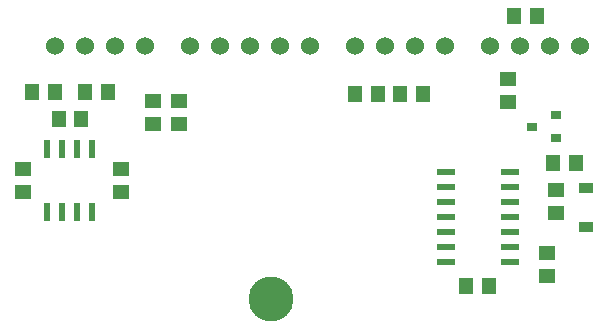
<source format=gbr>
G04 #@! TF.GenerationSoftware,KiCad,Pcbnew,(5.0.0-rc2-dev-586-g888c43477)*
G04 #@! TF.CreationDate,2018-06-04T00:56:57-03:00*
G04 #@! TF.ProjectId,Signal,5369676E616C2E6B696361645F706362,rev?*
G04 #@! TF.SameCoordinates,Original*
G04 #@! TF.FileFunction,Soldermask,Bot*
G04 #@! TF.FilePolarity,Negative*
%FSLAX46Y46*%
G04 Gerber Fmt 4.6, Leading zero omitted, Abs format (unit mm)*
G04 Created by KiCad (PCBNEW (5.0.0-rc2-dev-586-g888c43477)) date 06/04/18 00:56:57*
%MOMM*%
%LPD*%
G01*
G04 APERTURE LIST*
%ADD10R,1.400000X1.295000*%
%ADD11C,3.800000*%
%ADD12R,1.295000X1.400000*%
%ADD13R,0.600000X1.550000*%
%ADD14R,0.900000X0.800000*%
%ADD15C,1.524000*%
%ADD16R,1.200000X0.900000*%
%ADD17R,1.500000X0.600000*%
G04 APERTURE END LIST*
D10*
X38000000Y-23782500D03*
X38000000Y-25717500D03*
D11*
X48006000Y-40482000D03*
D12*
X31967500Y-25250000D03*
X30032500Y-25250000D03*
X29717500Y-23000000D03*
X27782500Y-23000000D03*
X32282500Y-23000000D03*
X34217500Y-23000000D03*
D10*
X35306000Y-31447500D03*
X35306000Y-29512500D03*
D13*
X29083000Y-27780000D03*
X30353000Y-27780000D03*
X31623000Y-27780000D03*
X32893000Y-27780000D03*
X32893000Y-33180000D03*
X31623000Y-33180000D03*
X30353000Y-33180000D03*
X29083000Y-33180000D03*
D10*
X40250000Y-25717500D03*
X40250000Y-23782500D03*
X27000000Y-31467500D03*
X27000000Y-29532500D03*
D14*
X72120000Y-24958000D03*
X72120000Y-26858000D03*
X70120000Y-25908000D03*
D15*
X71628000Y-19050000D03*
X69088000Y-19050000D03*
X66548000Y-19050000D03*
X62738000Y-19050000D03*
X60198000Y-19050000D03*
X57658000Y-19050000D03*
X55118000Y-19050000D03*
X51308000Y-19050000D03*
X48768000Y-19050000D03*
X46228000Y-19050000D03*
X43688000Y-19050000D03*
X41148000Y-19050000D03*
X37338000Y-19050000D03*
X34798000Y-19050000D03*
X32258000Y-19050000D03*
X29718000Y-19050000D03*
X74168000Y-19050000D03*
D10*
X72136000Y-33225500D03*
X72136000Y-31290500D03*
D12*
X64564500Y-39370000D03*
X66499500Y-39370000D03*
D16*
X74676000Y-31116000D03*
X74676000Y-34416000D03*
D10*
X71374000Y-36624500D03*
X71374000Y-38559500D03*
D12*
X68628500Y-16510000D03*
X70563500Y-16510000D03*
X71930500Y-28956000D03*
X73865500Y-28956000D03*
D10*
X68072000Y-23827500D03*
X68072000Y-21892500D03*
D12*
X58976500Y-23114000D03*
X60911500Y-23114000D03*
X57101500Y-23114000D03*
X55166500Y-23114000D03*
D17*
X62832000Y-37338000D03*
X62832000Y-36068000D03*
X62832000Y-34798000D03*
X62832000Y-33528000D03*
X62832000Y-32258000D03*
X62832000Y-30988000D03*
X62832000Y-29718000D03*
X68232000Y-29718000D03*
X68232000Y-30988000D03*
X68232000Y-32258000D03*
X68232000Y-33528000D03*
X68232000Y-34798000D03*
X68232000Y-36068000D03*
X68232000Y-37338000D03*
M02*

</source>
